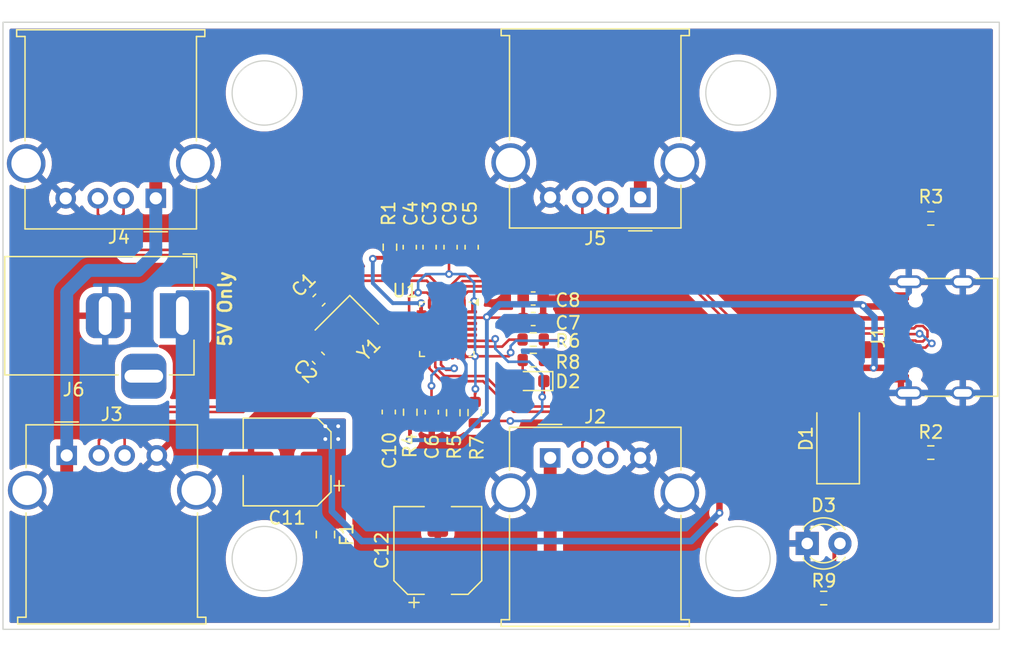
<source format=kicad_pcb>
(kicad_pcb (version 20241229) (generator "pcbnew") (generator_version "9.0")
  (layers (0 "F.Cu" signal) (2 "B.Cu" signal) (13 "F.Paste" user) (15 "B.Paste" user) (5 "F.SilkS" user "F.Silkscreen") (7 "B.SilkS" user "B.Silkscreen") (1 "F.Mask" user) (3 "B.Mask" user) (25 "Edge.Cuts" user))
  (net 0 "")
  (net 1 "Net-(U1-X1)")
  (net 2 "GND")
  (net 3 "Net-(U1-X2)")
  (net 4 "+3.3V")
  (net 5 "Net-(U1-RESET{slash})")
  (net 6 "VBUS")
  (net 7 "Net-(C10-Pad1)")
  (net 8 "+5VP")
  (net 9 "VBUS1")
  (net 10 "Net-(U1-DM0)")
  (net 11 "Net-(J1-CC1)")
  (net 13 "Net-(U1-DP0)")
  (net 14 "Net-(J1-CC2)")
  (net 16 "D4-")
  (net 17 "D4+")
  (net 18 "D3-")
  (net 19 "D3+")
  (net 20 "D2+")
  (net 21 "D2-")
  (net 22 "D1+")
  (net 23 "D1-")
  (net 24 "Net-(U1-RREF)")
  (net 25 "Net-(U1-PSELF)")
  (net 27 "OVC1")
  (net 28 "OVC2")
  (net 29 "OVC4")
  (net 30 "OVC3")
  (net 32 "Net-(D2-A)")
  (net 33 "Net-(D2-K)")
  (net 34 "Net-(D3-A)")
  (footprint "Resistor_SMD:R_0603_1608Metric" (layer "F.Cu") (at 88.98 146.76)
    (property "Reference" "R6" (at 2.7 0.11 0) (layer "F.SilkS"))
    (property "Value" "R0603/10K")
    (pad "1" smd roundrect (at -0.825 0) (size 0.8 0.95) (layers "F.Cu" "F.Mask" "F.Paste") (net 25 "Net-(U1-PSELF)"))
    (pad "2" smd roundrect (at 0.825 0) (size 0.8 0.95) (layers "F.Cu" "F.Mask" "F.Paste") (net 4 "+3.3V"))
  )
  (footprint "Capacitor_SMD:C_0603_1608Metric" (layer "F.Cu") (at 72.34 143.69 -135)
    (property "Reference" "C1" (at 0.007071 1.675843 45) (layer "F.SilkS"))
    (property "Value" "C0603/15pF")
    (pad "1" smd roundrect (at -0.775 0 225) (size 0.9 0.95) (layers "F.Cu" "F.Mask" "F.Paste") (net 1 "Net-(U1-X1)"))
    (pad "2" smd roundrect (at 0.775 0 225) (size 0.9 0.95) (layers "F.Cu" "F.Mask" "F.Paste") (net 2 "GND"))
  )
  (footprint "Capacitor_SMD:C_0603_1608Metric" (layer "F.Cu") (at 77.76 152.395 -90)
    (property "Reference" "C10" (at 2.995 -0.05 90) (layer "F.SilkS"))
    (property "Value" "C0603/100nF")
    (pad "1" smd roundrect (at -0.775 0 270) (size 0.9 0.95) (layers "F.Cu" "F.Mask" "F.Paste") (net 7 "Net-(C10-Pad1)"))
    (pad "2" smd roundrect (at 0.775 0 270) (size 0.9 0.95) (layers "F.Cu" "F.Mask" "F.Paste") (net 2 "GND"))
  )
  (footprint "Resistor_SMD:R_0603_1608Metric" (layer "F.Cu") (at 119.87 137.34 180)
    (property "Reference" "R3" (at -0.01 1.68 0) (layer "F.SilkS"))
    (property "Value" "R0603/4K7")
    (pad "1" smd roundrect (at -0.825 0 180) (size 0.8 0.95) (layers "F.Cu" "F.Mask" "F.Paste") (net 14 "Net-(J1-CC2)"))
    (pad "2" smd roundrect (at 0.825 0 180) (size 0.8 0.95) (layers "F.Cu" "F.Mask" "F.Paste") (net 2 "GND"))
  )
  (footprint "Capacitor_SMD:C_0603_1608Metric" (layer "F.Cu") (at 72.29 148.2 135)
    (property "Reference" "C2" (at 0 -1.43 135) (layer "F.SilkS"))
    (property "Value" "C0603/15pF")
    (pad "1" smd roundrect (at -0.775 0 135) (size 0.9 0.95) (layers "F.Cu" "F.Mask" "F.Paste") (net 3 "Net-(U1-X2)"))
    (pad "2" smd roundrect (at 0.775 0 135) (size 0.9 0.95) (layers "F.Cu" "F.Mask" "F.Paste") (net 2 "GND"))
  )
  (footprint "LED_SMD:LED_0603_1608Metric" (layer "F.Cu") (at 89.0175 149.99 180)
    (property "Reference" "D2" (at -2.6625 -0.03 0) (layer "F.SilkS"))
    (property "Value" "SUSPEND")
    (pad "1" smd roundrect (at -0.7875 0 180) (size 0.875 0.95) (layers "F.Cu" "F.Mask" "F.Paste") (net 33 "Net-(D2-K)"))
    (pad "2" smd roundrect (at 0.7875 0 180) (size 0.875 0.95) (layers "F.Cu" "F.Mask" "F.Paste") (net 32 "Net-(D2-A)"))
  )
  (footprint "Capacitor_SMD:C_0603_1608Metric" (layer "F.Cu") (at 80.93 139.58 90)
    (property "Reference" "C3" (at 2.62 0 90) (layer "F.SilkS"))
    (property "Value" "C0603/100nF")
    (pad "1" smd roundrect (at -0.775 0 90) (size 0.9 0.95) (layers "F.Cu" "F.Mask" "F.Paste") (net 4 "+3.3V"))
    (pad "2" smd roundrect (at 0.775 0 90) (size 0.9 0.95) (layers "F.Cu" "F.Mask" "F.Paste") (net 2 "GND"))
  )
  (footprint "Capacitor_SMD:C_0603_1608Metric" (layer "F.Cu") (at 82.56 139.58 90)
    (property "Reference" "C9" (at 2.62 -0.06 90) (layer "F.SilkS"))
    (property "Value" "C0603/100nF")
    (pad "1" smd roundrect (at -0.775 0 90) (size 0.9 0.95) (layers "F.Cu" "F.Mask" "F.Paste") (net 4 "+3.3V"))
    (pad "2" smd roundrect (at 0.775 0 90) (size 0.9 0.95) (layers "F.Cu" "F.Mask" "F.Paste") (net 2 "GND"))
  )
  (footprint "Package_DFN_QFN:QFN-28-1EP_4x4mm_P0.45mm_EP2.4x2.4mm" (layer "F.Cu") (at 82.27 145.96 -90)
    (property "Reference" "U1" (at -3 3.23 180) (layer "F.SilkS"))
    (property "Value" "GL852G")
    (pad "1" smd custom (at -1.95 -1.35 270) (size 0.179289 0.179289) (layers "F.Cu" "F.Mask" "F.Paste") (net 10 "Net-(U1-DM0)") (options (clearance outline) (anchor circle)) (primitives (gr_poly (pts (xy -0.3375 -0.0625) (xy 0.274112 -0.0625) (xy 0.3375 0.000888) (xy 0.3375 0.0625) (xy -0.3375 0.0625)) (width 0.125) (fill yes))))
    (pad "2" smd roundrect (at -1.95 -0.9 270) (size 0.8 0.25) (layers "F.Cu" "F.Mask" "F.Paste") (net 13 "Net-(U1-DP0)"))
    (pad "3" smd roundrect (at -1.95 -0.45 270) (size 0.8 0.25) (layers "F.Cu" "F.Mask" "F.Paste") (net 23 "D1-"))
    (pad "4" smd roundrect (at -1.95 0 270) (size 0.8 0.25) (layers "F.Cu" "F.Mask" "F.Paste") (net 22 "D1+"))
    (pad "5" smd roundrect (at -1.95 0.45 270) (size 0.8 0.25) (layers "F.Cu" "F.Mask" "F.Paste") (net 21 "D2-"))
    (pad "6" smd roundrect (at -1.95 0.9 270) (size 0.8 0.25) (layers "F.Cu" "F.Mask" "F.Paste") (net 20 "D2+"))
    (pad "7" smd custom (at -1.95 1.35 270) (size 0.179289 0.179289) (layers "F.Cu" "F.Mask" "F.Paste") (net 4 "+3.3V") (options (clearance outline) (anchor circle)) (primitives (gr_poly (pts (xy -0.3375 -0.0625) (xy 0.3375 -0.0625) (xy 0.3375 -0.000888) (xy 0.274112 0.0625) (xy -0.3375 0.0625)) (width 0.125) (fill yes))))
    (pad "8" smd custom (at -1.35 1.95 270) (size 0.179289 0.179289) (layers "F.Cu" "F.Mask" "F.Paste") (net 24 "Net-(U1-RREF)") (options (clearance outline) (anchor circle)) (primitives (gr_poly (pts (xy -0.0625 -0.274112) (xy 0.000888 -0.3375) (xy 0.0625 -0.3375) (xy 0.0625 0.3375) (xy -0.0625 0.3375)) (width 0.125) (fill yes))))
    (pad "9" smd roundrect (at -0.9 1.95 270) (size 0.25 0.8) (layers "F.Cu" "F.Mask" "F.Paste") (net 4 "+3.3V"))
    (pad "10" smd roundrect (at -0.45 1.95 270) (size 0.25 0.8) (layers "F.Cu" "F.Mask" "F.Paste") (net 1 "Net-(U1-X1)"))
    (pad "11" smd roundrect (at 0 1.95 270) (size 0.25 0.8) (layers "F.Cu" "F.Mask" "F.Paste") (net 3 "Net-(U1-X2)"))
    (pad "12" smd roundrect (at 0.45 1.95 270) (size 0.25 0.8) (layers "F.Cu" "F.Mask" "F.Paste") (net 18 "D3-"))
    (pad "13" smd roundrect (at 0.9 1.95 270) (size 0.25 0.8) (layers "F.Cu" "F.Mask" "F.Paste") (net 19 "D3+"))
    (pad "14" smd custom (at 1.35 1.95 270) (size 0.179289 0.179289) (layers "F.Cu" "F.Mask" "F.Paste") (net 7 "Net-(C10-Pad1)") (options (clearance outline) (anchor circle)) (primitives (gr_poly (pts (xy -0.0625 -0.3375) (xy -0.000888 -0.3375) (xy 0.0625 -0.274112) (xy 0.0625 0.3375) (xy -0.0625 0.3375)) (width 0.125) (fill yes))))
    (pad "15" smd custom (at 1.95 1.35 270) (size 0.179289 0.179289) (layers "F.Cu" "F.Mask" "F.Paste") (net 16 "D4-") (options (clearance outline) (anchor circle)) (primitives (gr_poly (pts (xy -0.3375 -0.0625) (xy 0.3375 -0.0625) (xy 0.3375 0.0625) (xy -0.274112 0.0625) (xy -0.3375 -0.000888)) (width 0.125) (fill yes))))
    (pad "16" smd roundrect (at 1.95 0.9 270) (size 0.8 0.25) (layers "F.Cu" "F.Mask" "F.Paste") (net 17 "D4+"))
    (pad "17" smd roundrect (at 1.95 0.45 270) (size 0.8 0.25) (layers "F.Cu" "F.Mask" "F.Paste") (net 5 "Net-(U1-RESET{slash})"))
    (pad "18" smd roundrect (at 1.95 0 270) (size 0.8 0.25) (layers "F.Cu" "F.Mask" "F.Paste"))
    (pad "19" smd roundrect (at 1.95 -0.45 270) (size 0.8 0.25) (layers "F.Cu" "F.Mask" "F.Paste") (net 29 "OVC4"))
    (pad "20" smd roundrect (at 1.95 -0.9 270) (size 0.8 0.25) (layers "F.Cu" "F.Mask" "F.Paste") (net 30 "OVC3"))
    (pad "21" smd custom (at 1.95 -1.35 270) (size 0.179289 0.179289) (layers "F.Cu" "F.Mask" "F.Paste") (net 4 "+3.3V") (options (clearance outline) (anchor circle)) (primitives (gr_poly (pts (xy -0.3375 0.000888) (xy -0.274112 -0.0625) (xy 0.3375 -0.0625) (xy 0.3375 0.0625) (xy -0.3375 0.0625)) (width 0.125) (fill yes))))
    (pad "22" smd custom (at 1.35 -1.95 270) (size 0.179289 0.179289) (layers "F.Cu" "F.Mask" "F.Paste") (net 25 "Net-(U1-PSELF)") (options (clearance outline) (anchor circle)) (primitives (gr_poly (pts (xy -0.0625 -0.3375) (xy 0.0625 -0.3375) (xy 0.0625 0.274112) (xy -0.000888 0.3375) (xy -0.0625 0.3375)) (width 0.125) (fill yes))))
    (pad "23" smd roundrect (at 0.9 -1.95 270) (size 0.25 0.8) (layers "F.Cu" "F.Mask" "F.Paste") (net 33 "Net-(D2-K)"))
    (pad "24" smd roundrect (at 0.45 -1.95 270) (size 0.25 0.8) (layers "F.Cu" "F.Mask" "F.Paste") (net 28 "OVC2"))
    (pad "25" smd roundrect (at 0 -1.95 270) (size 0.25 0.8) (layers "F.Cu" "F.Mask" "F.Paste") (net 27 "OVC1"))
    (pad "26" smd roundrect (at -0.45 -1.95 270) (size 0.25 0.8) (layers "F.Cu" "F.Mask" "F.Paste"))
    (pad "27" smd roundrect (at -0.9 -1.95 270) (size 0.25 0.8) (layers "F.Cu" "F.Mask" "F.Paste") (net 6 "VBUS"))
    (pad "28" smd custom (at -1.35 -1.95 270) (size 0.179289 0.179289) (layers "F.Cu" "F.Mask" "F.Paste") (net 4 "+3.3V") (options (clearance outline) (anchor circle)) (primitives (gr_poly (pts (xy -0.0625 -0.3375) (xy 0.0625 -0.3375) (xy 0.0625 0.3375) (xy 0.000888 0.3375) (xy -0.0625 0.274112)) (width 0.125) (fill yes))))
    (pad "29" smd rect (at 0 0 270) (size 2.4 2.4) (property pad_prop_heatsink) (layers "F.Cu" "F.Mask"))
  )
  (footprint "Resistor_SMD:R_0603_1608Metric" (layer "F.Cu") (at 119.87 155.55 180)
    (property "Reference" "R2" (at 0 1.59 0) (layer "F.SilkS"))
    (property "Value" "R0603/4K7")
    (pad "1" smd roundrect (at -0.825 0 180) (size 0.8 0.95) (layers "F.Cu" "F.Mask" "F.Paste") (net 11 "Net-(J1-CC1)"))
    (pad "2" smd roundrect (at 0.825 0 180) (size 0.8 0.95) (layers "F.Cu" "F.Mask" "F.Paste") (net 2 "GND"))
  )
  (footprint "Connector_USB:USB_C_Receptacle_G-Switch_GT-USB-7010ASV" (layer "F.Cu") (at 121.28 146.59 90)
    (property "Reference" "J1" (at 0 -5.5 90) (layer "F.SilkS"))
    (property "Value" "HOST USB")
    (pad "" np_thru_hole circle (at -2.89 -2.605 90) (size 0.65 0.65) (drill 0.65) (layers "*.Cu" "*.Mask"))
    (pad "" np_thru_hole circle (at 2.89 -2.605 90) (size 0.65 0.65) (drill 0.65) (layers "*.Cu" "*.Mask"))
    (pad "A1" smd rect (at -3.2 -3.725 90) (size 0.6 1.24) (layers "F.Cu" "F.Mask" "F.Paste") (net 2 "GND"))
    (pad "A4" smd rect (at -2.4 -3.725 90) (size 0.6 1.24) (layers "F.Cu" "F.Mask" "F.Paste") (net 6 "VBUS"))
    (pad "A5" smd rect (at -1.25 -3.725 90) (size 0.3 1.24) (layers "F.Cu" "F.Mask" "F.Paste") (net 11 "Net-(J1-CC1)"))
    (pad "A6" smd rect (at -0.25 -3.725 90) (size 0.3 1.24) (layers "F.Cu" "F.Mask" "F.Paste") (net 13 "Net-(U1-DP0)"))
    (pad "A7" smd rect (at 0.25 -3.725 90) (size 0.3 1.24) (layers "F.Cu" "F.Mask" "F.Paste") (net 10 "Net-(U1-DM0)"))
    (pad "A8" smd rect (at 1.25 -3.725 90) (size 0.3 1.24) (layers "F.Cu" "F.Mask" "F.Paste"))
    (pad "A9" smd rect (at 2.4 -3.725 90) (size 0.6 1.24) (layers "F.Cu" "F.Mask" "F.Paste") (net 6 "VBUS"))
    (pad "A12" smd rect (at 3.2 -3.725 90) (size 0.6 1.24) (layers "F.Cu" "F.Mask" "F.Paste") (net 2 "GND"))
    (pad "B1" smd rect (at 3.2 -3.725 90) (size 0.6 1.24) (layers "F.Cu" "F.Mask" "F.Paste") (net 2 "GND"))
    (pad "B4" smd rect (at 2.4 -3.725 90) (size 0.6 1.24) (layers "F.Cu" "F.Mask" "F.Paste") (net 6 "VBUS"))
    (pad "B5" smd rect (at 1.75 -3.725 90) (size 0.3 1.24) (layers "F.Cu" "F.Mask" "F.Paste") (net 14 "Net-(J1-CC2)"))
    (pad "B6" smd rect (at 0.75 -3.725 90) (size 0.3 1.24) (layers "F.Cu" "F.Mask" "F.Paste") (net 13 "Net-(U1-DP0)"))
    (pad "B7" smd rect (at -0.75 -3.725 90) (size 0.3 1.24) (layers "F.Cu" "F.Mask" "F.Paste") (net 10 "Net-(U1-DM0)"))
    (pad "B8" smd rect (at -1.75 -3.725 90) (size 0.3 1.24) (layers "F.Cu" "F.Mask" "F.Paste"))
    (pad "B9" smd rect (at -2.4 -3.725 90) (size 0.6 1.24) (layers "F.Cu" "F.Mask" "F.Paste") (net 6 "VBUS"))
    (pad "B12" smd rect (at -3.2 -3.725 90) (size 0.6 1.24) (layers "F.Cu" "F.Mask" "F.Paste") (net 2 "GND"))
    (pad "S1" thru_hole oval (at -4.32 -3.125 90) (size 1 2.1) (drill oval 0.6 1.7) (property pad_prop_heatsink) (layers "*.Cu" "*.Mask") (net 2 "GND"))
    (pad "S1" thru_hole oval (at -4.32 1.075 90) (size 1 1.8) (drill oval 0.6 1.4) (property pad_prop_heatsink) (layers "*.Cu" "*.Mask") (net 2 "GND"))
    (pad "S1" thru_hole oval (at 4.32 -3.125 90) (size 1 2.1) (drill oval 0.6 1.7) (property pad_prop_heatsink) (layers "*.Cu" "*.Mask") (net 2 "GND"))
    (pad "S1" thru_hole oval (at 4.32 1.075 90) (size 1 1.8) (drill oval 0.6 1.4) (property pad_prop_heatsink) (layers "*.Cu" "*.Mask") (net 2 "GND"))
  )
  (footprint "Resistor_SMD:R_0603_1608Metric" (layer "F.Cu") (at 111.55 166.86)
    (property "Reference" "R9" (at 0.02 -1.34 0) (layer "F.SilkS"))
    (property "Value" "R0603/2K")
    (pad "1" smd roundrect (at -0.825 0) (size 0.8 0.95) (layers "F.Cu" "F.Mask" "F.Paste") (net 9 "VBUS1"))
    (pad "2" smd roundrect (at 0.825 0) (size 0.8 0.95) (layers "F.Cu" "F.Mask" "F.Paste") (net 34 "Net-(D3-A)"))
  )
  (footprint "Capacitor_SMD:C_0603_1608Metric" (layer "F.Cu") (at 88.98 145.165)
    (property "Reference" "C7" (at 2.7 0.305 0) (layer "F.SilkS"))
    (property "Value" "C0603/100nF")
    (pad "1" smd roundrect (at -0.775 0) (size 0.9 0.95) (layers "F.Cu" "F.Mask" "F.Paste") (net 6 "VBUS"))
    (pad "2" smd roundrect (at 0.775 0) (size 0.9 0.95) (layers "F.Cu" "F.Mask" "F.Paste") (net 2 "GND"))
  )
  (footprint "Connector_USB:USB_A_Molex_67643_Horizontal" (layer "F.Cu") (at 52.74 155.77)
    (property "Reference" "J3" (at 3.5 -3.19 0) (layer "F.SilkS"))
    (property "Value" "USB_A_3")
    (pad "1" thru_hole rect (at 0 0) (size 1.6 1.5) (drill 0.95) (layers "*.Cu" "*.Mask") (net 9 "VBUS1"))
    (pad "2" thru_hole circle (at 2.5 0) (size 1.6 1.6) (drill 0.95) (layers "*.Cu" "*.Mask") (net 18 "D3-"))
    (pad "3" thru_hole circle (at 4.5 0) (size 1.6 1.6) (drill 0.95) (layers "*.Cu" "*.Mask") (net 19 "D3+"))
    (pad "4" thru_hole circle (at 7 0) (size 1.6 1.6) (drill 0.95) (layers "*.Cu" "*.Mask") (net 2 "GND"))
    (pad "5" thru_hole circle (at -3.07 2.71) (size 3 3) (drill 2.3) (layers "*.Cu" "*.Mask") (net 2 "GND"))
    (pad "5" thru_hole circle (at 10.07 2.71) (size 3 3) (drill 2.3) (layers "*.Cu" "*.Mask") (net 2 "GND"))
  )
  (footprint "Connector_BarrelJack:BarrelJack_Horizontal" (layer "F.Cu") (at 61.73 144.91)
    (property "Reference" "J6" (at -8.45 5.75 0) (layer "F.SilkS"))
    (property "Value" "Jack-DC")
    (pad "1" thru_hole rect (at 0 0) (size 3.5 3.5) (drill oval 1 3) (layers "*.Cu" "*.Mask") (net 8 "+5VP"))
    (pad "2" thru_hole roundrect (at -6 0) (size 3 3.5) (drill oval 1 3) (layers "*.Cu" "*.Mask") (net 2 "GND"))
    (pad "3" thru_hole roundrect (at -3 4.7) (size 3.5 3.5) (drill oval 3 1) (layers "*.Cu" "*.Mask"))
  )
  (footprint "Resistor_SMD:R_0603_1608Metric" (layer "F.Cu") (at 88.9875 148.355)
    (property "Reference" "R8" (at 2.6925 0.165 0) (layer "F.SilkS"))
    (property "Value" "R0603/1K")
    (pad "1" smd roundrect (at -0.825 0) (size 0.8 0.95) (layers "F.Cu" "F.Mask" "F.Paste") (net 32 "Net-(D2-A)"))
    (pad "2" smd roundrect (at 0.825 0) (size 0.8 0.95) (layers "F.Cu" "F.Mask" "F.Paste") (net 4 "+3.3V"))
  )
  (footprint "Connector_USB:USB_A_Molex_67643_Horizontal" (layer "F.Cu") (at 97.3 135.71 180)
    (property "Reference" "J5" (at 3.5 -3.19 0) (layer "F.SilkS"))
    (property "Value" "USB_A_1")
    (pad "1" thru_hole rect (at 0 0 180) (size 1.6 1.5) (drill 0.95) (layers "*.Cu" "*.Mask") (net 9 "VBUS1"))
    (pad "2" thru_hole circle (at 2.5 0 180) (size 1.6 1.6) (drill 0.95) (layers "*.Cu" "*.Mask") (net 23 "D1-"))
    (pad "3" thru_hole circle (at 4.5 0 180) (size 1.6 1.6) (drill 0.95) (layers "*.Cu" "*.Mask") (net 22 "D1+"))
    (pad "4" thru_hole circle (at 7 0 180) (size 1.6 1.6) (drill 0.95) (layers "*.Cu" "*.Mask") (net 2 "GND"))
    (pad "5" thru_hole circle (at -3.07 2.71 180) (size 3 3) (drill 2.3) (layers "*.Cu" "*.Mask") (net 2 "GND"))
    (pad "5" thru_hole circle (at 10.07 2.71 180) (size 3 3) (drill 2.3) (layers "*.Cu" "*.Mask") (net 2 "GND"))
  )
  (footprint "Resistor_SMD:R_0603_1608Metric" (layer "F.Cu") (at 79.43 152.41 90)
    (property "Reference" "R4" (at -2.6 -0.03 90) (layer "F.SilkS"))
    (property "Value" "R0603/10K")
    (pad "1" smd roundrect (at -0.825 0 90) (size 0.8 0.95) (layers "F.Cu" "F.Mask" "F.Paste") (net 6 "VBUS"))
    (pad "2" smd roundrect (at 0.825 0 90) (size 0.8 0.95) (layers "F.Cu" "F.Mask" "F.Paste") (net 5 "Net-(U1-RESET{slash})"))
  )
  (footprint "Connector_USB:USB_A_Molex_67643_Horizontal" (layer "F.Cu") (at 90.3 155.96)
    (property "Reference" "J2" (at 3.5 -3.19 0) (layer "F.SilkS"))
    (property "Value" "USB_A_4")
    (pad "1" thru_hole rect (at 0 0) (size 1.6 1.5) (drill 0.95) (layers "*.Cu" "*.Mask") (net 9 "VBUS1"))
    (pad "2" thru_hole circle (at 2.5 0) (size 1.6 1.6) (drill 0.95) (layers "*.Cu" "*.Mask") (net 16 "D4-"))
    (pad "3" thru_hole circle (at 4.5 0) (size 1.6 1.6) (drill 0.95) (layers "*.Cu" "*.Mask") (net 17 "D4+"))
    (pad "4" thru_hole circle (at 7 0) (size 1.6 1.6) (drill 0.95) (layers "*.Cu" "*.Mask") (net 2 "GND"))
    (pad "5" thru_hole circle (at -3.07 2.71) (size 3 3) (drill 2.3) (layers "*.Cu" "*.Mask") (net 2 "GND"))
    (pad "5" thru_hole circle (at 10.07 2.71) (size 3 3) (drill 2.3) (layers "*.Cu" "*.Mask") (net 2 "GND"))
  )
  (footprint "Capacitor_SMD:C_0603_1608Metric" (layer "F.Cu") (at 84.2 139.58 90)
    (property "Reference" "C5" (at 2.62 -0.13 90) (layer "F.SilkS"))
    (property "Value" "C0603/10uF")
    (pad "1" smd roundrect (at -0.775 0 90) (size 0.9 0.95) (layers "F.Cu" "F.Mask" "F.Paste") (net 4 "+3.3V"))
    (pad "2" smd roundrect (at 0.775 0 90) (size 0.9 0.95) (layers "F.Cu" "F.Mask" "F.Paste") (net 2 "GND"))
  )
  (footprint "Resistor_SMD:R_0603_1608Metric" (layer "F.Cu") (at 82.77 152.45 -90)
    (property "Reference" "R5" (at 2.67 -0.08 90) (layer "F.SilkS"))
    (property "Value" "R0603/47K")
    (pad "1" smd roundrect (at -0.825 0 270) (size 0.8 0.95) (layers "F.Cu" "F.Mask" "F.Paste") (net 5 "Net-(U1-RESET{slash})"))
    (pad "2" smd roundrect (at 0.825 0 270) (size 0.8 0.95) (layers "F.Cu" "F.Mask" "F.Paste") (net 2 "GND"))
  )
  (footprint "Capacitor_SMD:CP_Elec_6.3x5.4" (layer "F.Cu") (at 81.57 163.16 90)
    (property "Reference" "C12" (at 0 -4.35 90) (layer "F.SilkS"))
    (property "Value" "Cp/220uF")
    (pad "1" smd roundrect (at -2.8 0 90) (size 3.5 1.6) (layers "F.Cu" "F.Mask" "F.Paste") (roundrect_rratio 0.15625) (net 9 "VBUS1"))
    (pad "2" smd roundrect (at 2.8 0 90) (size 3.5 1.6) (layers "F.Cu" "F.Mask" "F.Paste") (roundrect_rratio 0.15625) (net 2 "GND"))
  )
  (footprint "LED_THT:LED_D3.0mm" (layer "F.Cu") (at 110.27 162.615)
    (property "Reference" "D3" (at 1.27 -2.96 0) (layer "F.SilkS"))
    (property "Value" "POWER")
    (pad "1" thru_hole rect (at 0 0) (size 1.8 1.8) (drill 0.9) (layers "*.Cu" "*.Mask") (net 2 "GND"))
    (pad "2" thru_hole circle (at 2.54 0) (size 1.8 1.8) (drill 0.9) (layers "*.Cu" "*.Mask") (net 34 "Net-(D3-A)"))
  )
  (footprint "Capacitor_SMD:C_0603_1608Metric" (layer "F.Cu") (at 88.98 143.57)
    (property "Reference" "C8" (at 2.7 0.13 0) (layer "F.SilkS"))
    (property "Value" "C0603/10uF")
    (pad "1" smd roundrect (at -0.775 0) (size 0.9 0.95) (layers "F.Cu" "F.Mask" "F.Paste") (net 6 "VBUS"))
    (pad "2" smd roundrect (at 0.775 0) (size 0.9 0.95) (layers "F.Cu" "F.Mask" "F.Paste") (net 2 "GND"))
  )
  (footprint "Resistor_SMD:R_0603_1608Metric" (layer "F.Cu") (at 77.85 139.58 90)
    (property "Reference" "R1" (at 2.62 -0.1 90) (layer "F.SilkS"))
    (property "Value" "680")
    (pad "1" smd roundrect (at -0.825 0 90) (size 0.8 0.95) (layers "F.Cu" "F.Mask" "F.Paste") (net 24 "Net-(U1-RREF)"))
    (pad "2" smd roundrect (at 0.825 0 90) (size 0.8 0.95) (layers "F.Cu" "F.Mask" "F.Paste") (net 2 "GND"))
  )
  (footprint "Connector_USB:USB_A_Molex_67643_Horizontal" (layer "F.Cu") (at 59.66 135.78 180)
    (property "Reference" "J4" (at 2.87 -3.02 0) (layer "F.SilkS"))
    (property "Value" "USB_A_2")
    (pad "1" thru_hole rect (at 0 0 180) (size 1.6 1.5) (drill 0.95) (layers "*.Cu" "*.Mask") (net 9 "VBUS1"))
    (pad "2" thru_hole circle (at 2.5 0 180) (size 1.6 1.6) (drill 0.95) (layers "*.Cu" "*.Mask") (net 21 "D2-"))
    (pad "3" thru_hole circle (at 4.5 0 180) (size 1.6 1.6) (drill 0.95) (layers "*.Cu" "*.Mask") (net 20 "D2+"))
    (pad "4" thru_hole circle (at 7 0 180) (size 1.6 1.6) (drill 0.95) (layers "*.Cu" "*.Mask") (net 2 "GND"))
    (pad "5" thru_hole circle (at -3.07 2.71 180) (size 3 3) (drill 2.3) (layers "*.Cu" "*.Mask") (net 2 "GND"))
    (pad "5" thru_hole circle (at 10.07 2.71 180) (size 3 3) (drill 2.3) (layers "*.Cu" "*.Mask") (net 2 "GND"))
  )
  (footprint "Capacitor_SMD:C_0603_1608Metric" (layer "F.Cu") (at 79.39 139.58 90)
    (property "Reference" "C4" (at 2.62 0.09 90) (layer "F.SilkS"))
    (property "Value" "C0603/100nF")
    (pad "1" smd roundrect (at -0.775 0 90) (size 0.9 0.95) (layers "F.Cu" "F.Mask" "F.Paste") (net 4 "+3.3V"))
    (pad "2" smd roundrect (at 0.775 0 90) (size 0.9 0.95) (layers "F.Cu" "F.Mask" "F.Paste") (net 2 "GND"))
  )
  (footprint "Capacitor_SMD:CP_Elec_6.3x5.4" (layer "F.Cu") (at 69.86 156.28 180)
    (property "Reference" "C11" (at 0 -4.35 0) (layer "F.SilkS"))
    (property "Value" "Cp/220uF")
    (pad "1" smd roundrect (at -2.8 0 180) (size 3.5 1.6) (layers "F.Cu" "F.Mask" "F.Paste") (roundrect_rratio 0.15625) (net 8 "+5VP"))
    (pad "2" smd roundrect (at 2.8 0 180) (size 3.5 1.6) (layers "F.Cu" "F.Mask" "F.Paste") (roundrect_rratio 0.15625) (net 2 "GND"))
  )
  (footprint "Fuse:Fuse_0805_2012Metric" (layer "F.Cu") (at 72.84 161.92 -90)
    (property "Reference" "F1" (at 0 -1.65 90) (layer "F.SilkS"))
    (property "Value" "Fuse/2A")
    (pad "1" smd roundrect (at -0.9375 0 270) (size 0.975 1.4) (layers "F.Cu" "F.Mask" "F.Paste") (net 8 "+5VP"))
    (pad "2" smd roundrect (at 0.9375 0 270) (size 0.975 1.4) (layers "F.Cu" "F.Mask" "F.Paste") (net 9 "VBUS1"))
  )
  (footprint "Resistor_SMD:R_0603_1608Metric" (layer "F.Cu") (at 84.44 152.44 90)
    (property "Reference" "R7" (at -2.75 0.17 90) (layer "F.SilkS"))
    (property "Value" "R0603/100K")
    (pad "1" smd roundrect (at -0.825 0 90) (size 0.8 0.95) (layers "F.Cu" "F.Mask" "F.Paste") (net 33 "Net-(D2-K)"))
    (pad "2" smd roundrect (at 0.825 0 90) (size 0.8 0.95) (layers "F.Cu" "F.Mask" "F.Paste") (net 4 "+3.3V"))
  )
  (footprint "Capacitor_SMD:C_0603_1608Metric" (layer "F.Cu") (at 81.1 152.405 -90)
    (property "Reference" "C6" (at 2.705 -0.02 90) (layer "F.SilkS"))
    (property "Value" "C0603/1uF")
    (pad "1" smd roundrect (at -0.775 0 270) (size 0.9 0.95) (layers "F.Cu" "F.Mask" "F.Paste") (net 5 "Net-(U1-RESET{slash})"))
    (pad "2" smd roundrect (at 0.775 0 270) (size 0.9 0.95) (layers "F.Cu" "F.Mask" "F.Paste") (net 2 "GND"))
  )
  (footprint "Oscillator:Oscillator_SMD_Abracon_ASE-4Pin_3.2x2.5mm" (layer "F.Cu") (at 74.5 145.79 -135)
    (property "Reference" "Y1" (at 0 -2.450001 45) (layer "F.SilkS"))
    (property "Value" "12Mhz")
    (pad "1" smd rect (at -1.05 0.825 225) (size 1.3 1.1) (layers "F.Cu" "F.Mask" "F.Paste") (net 1 "Net-(U1-X1)"))
    (pad "2" smd rect (at 1.05 0.825 225) (size 1.3 1.1) (layers "F.Cu" "F.Mask" "F.Paste") (net 2 "GND"))
    (pad "3" smd rect (at 1.05 -0.825 225) (size 1.3 1.1) (layers "F.Cu" "F.Mask" "F.Paste") (net 3 "Net-(U1-X2)"))
    (pad "4" smd rect (at -1.05 -0.825 225) (size 1.3 1.1) (layers "F.Cu" "F.Mask" "F.Paste") (net 2 "GND"))
  )
  (footprint "Diode_SMD:D_SMA" (layer "F.Cu") (at 112.67 154.46 90)
    (property "Reference" "D1" (at 0 -2.5 90) (layer "F.SilkS"))
    (property "Value" "SS34")
    (pad "1" smd roundrect (at -2 0 90) (size 2.5 1.8) (layers "F.Cu" "F.Mask" "F.Paste") (roundrect_rratio 0.1388888889) (net 8 "+5VP"))
    (pad "2" smd roundrect (at 2 0 90) (size 2.5 1.8) (layers "F.Cu" "F.Mask" "F.Paste") (roundrect_rratio 0.1388888889) (net 6 "VBUS"))
  )
  (gr_circle (center 104.89 127.59) (end 107.39 127.59) (stroke (width 0.1)) (fill no) (layer "Edge.Cuts"))
  (gr_circle (center 68.09 127.59) (end 70.59 127.59) (stroke (width 0.1)) (fill no) (layer "Edge.Cuts"))
  (gr_rect (start 47.79 122.09) (end 125.19 169.29) (stroke (width 0.1)) (fill no) (layer "Edge.Cuts"))
  (gr_circle (center 104.89 163.79) (end 107.39 163.79) (stroke (width 0.1)) (fill no) (layer "Edge.Cuts"))
  (gr_circle (center 68.09 163.79) (end 70.59 163.79) (stroke (width 0.1)) (fill no) (layer "Edge.Cuts"))
  (gr_text "5V Only" (at 65.63 147.41 90) (layer "F.SilkS") (effects (font (size 1 1) (thickness 0.2) (bold yes)) (justify left bottom)))
  (segment (start 75.553274 143.57) (end 74.659099 144.464175) (width 0.2) (layer "F.Cu") (net 1))
  (segment (start 80.32 145.51) (end 78.19 145.51) (width 0.2) (layer "F.Cu") (net 1))
  (segment (start 76.25 143.57) (end 75.553274 143.57) (width 0.2) (layer "F.Cu") (net 1))
  (segment (start 78.19 145.51) (end 76.25 143.57) (width 0.2) (layer "F.Cu") (net 1))
  (segment (start 72.888008 143.141992) (end 74.210191 144.464175) (width 0.2) (layer "F.Cu") (net 1))
  (segment (start 73.174175 145.949099) (end 73.492373 145.630901) (width 0.2) (layer "F.Cu") (net 2))
  (segment (start 71.791992 144.238008) (end 73.174175 145.620191) (width 0.2) (layer "F.Cu") (net 2))
  (segment (start 73.174175 145.949099) (end 71.741992 147.381282) (width 0.2) (layer "F.Cu") (net 2))
  (segment (start 73.492373 145.630901) (end 75.825825 145.630901) (width 0.2) (layer "F.Cu") (net 2))
  (segment (start 75.195076 147.97) (end 74.340901 147.115825) (width 0.2) (layer "F.Cu") (net 3))
  (segment (start 80.32 145.96) (end 77.98 145.96) (width 0.2) (layer "F.Cu") (net 3))
  (segment (start 75.97 147.97) (end 75.195076 147.97) (width 0.2) (layer "F.Cu") (net 3))
  (segment (start 77.98 145.96) (end 75.97 147.97) (width 0.2) (layer "F.Cu") (net 3))
  (segment (start 74.340901 147.115825) (end 72.838008 148.618718) (width 0.2) (layer "F.Cu") (net 3))
  (segment (start 91.13 146.82) (end 89.855 146.82) (width 0.2) (layer "F.Cu") (net 4))
  (segment (start 89.8125 146.7775) (end 89.805 146.77) (width 0.2) (layer "F.Cu") (net 4))
  (segment (start 80.72 143.11) (end 79.7 143.11) (width 0.2) (layer "F.Cu") (net 4))
  (segment (start 79.34 143.47) (end 79.34 144.81) (width 0.2) (layer "F.Cu") (net 4))
  (segment (start 84.49 150.951) (end 84.455 150.986) (width 0.2) (layer "F.Cu") (net 4))
  (segment (start 79.7 143.11) (end 79.34 143.47) (width 0.2) (layer "F.Cu") (net 4))
  (segment (start 84.47 148.06) (end 84.46 148.07) (width 0.2) (layer "F.Cu") (net 4))
  (segment (start 79.34 144.81) (end 79.59 145.06) (width 0.2) (layer "F.Cu") (net 4))
  (segment (start 79.59 145.06) (end 80.32 145.06) (width 0.2) (layer "F.Cu") (net 4))
  (segment (start 80.944 143.986) (end 80.944 143.334) (width 0.2) (layer "F.Cu") (net 4))
  (segment (start 84.39 143.77) (end 84.255 143.905) (width 0.2) (layer "F.Cu") (net 4))
  (segment (start 87.23 147.77) (end 87.262974 147.802974) (width 0.2) (layer "F.Cu") (net 4))
  (segment (start 87.262974 147.802974) (end 87.262974 147.887761) (width 0.2) (layer "F.Cu") (net 4))
  (segment (start 84.255 144.575) (end 84.22 144.61) (width 0.2) (layer "F.Cu") (net 4))
  (segment (start 89.855 146.82) (end 89.805 146.77) (width 0.2) (layer "F.Cu") (net 4))
  (segment (start 84.43 148.1) (end 83.81 148.1) (width 0.2) (layer "F.Cu") (net 4))
  (segment (start 84.49 150.601) (end 84.49 150.951) (width 0.2) (layer "F.Cu") (net 4))
  (segment (start 87.262974 147.887761) (end 87.090735 148.06) (width 0.2) (layer "F.Cu") (net 4))
  (segment (start 83.81 148.1) (end 83.62 147.91) (width 0.2) (layer "F.Cu") (net 4))
  (segment (start 79.39 140.355) (end 84.2 140.355) (width 0.2) (layer "F.Cu") (net 4))
  (segment (start 91.16 146.85) (end 91.13 146.82) (width 0.2) (layer "F.Cu") (net 4))
  (segment (start 84.455 150.986) (end 84.455 151.6) (width 0.2) (layer "F.Cu") (net 4))
  (segment (start 82.44 140.475) (end 82.56 140.355) (width 0.2) (layer "F.Cu") (net 4))
  (segment (start 84.455 151.6) (end 84.44 151.615) (width 0.2) (layer "F.Cu") (net 4))
  (segment (start 84.46 148.07) (end 84.43 148.1) (width 0.2) (layer "F.Cu") (net 4))
  (segment (start 80.944 143.334) (end 80.72 143.11) (width 0.2) (layer "F.Cu") (net 4))
  (segment (start 87.090735 148.06) (end 84.47 148.06) (width 0.2) (layer "F.Cu") (net 4))
  (segment (start 84.255 143.905) (end 84.255 144.575) (width 0.2) (layer "F.Cu") (net 4))
  (segment (start 82.44 141.67) (end 82.44 140.475) (width 0.2) (layer "F.Cu") (net 4))
  (segment (start 80.92 144.01) (end 80.944 143.986) (width 0.2) (layer "F.Cu") (net 4))
  (segment (start 89.8125 148.39) (end 89.8125 146.7775) (width 0.2) (layer "F.Cu") (net 4))
  (via (at 91.16 146.85) (size 0.6) (drill 0.3) (layers "F.Cu" "B.Cu") (net 4))
  (via (at 84.46 148.07) (size 0.6) (drill 0.3) (layers "F.Cu" "B.Cu") (net 4))
  (via (at 84.49 150.601) (size 0.6) (drill 0.3) (layers "F.Cu" "B.Cu") (net 4))
  (via (at 82.44 141.67) (size 0.6) (drill 0.3) (layers "F.Cu" "B.Cu") (net 4))
  (via (at 84.39 143.77) (size 0.6) (drill 0.3) (layers "F.Cu" "B.Cu") (net 4))
  (via (at 87.23 147.77) (size 0.6) (drill 0.3) (layers "F.Cu" "B.Cu") (net 4))
  (via (at 80.04 143.11) (size 0.6) (drill 0.3) (layers "F.Cu" "B.Cu") (net 4))
  (segment (start 82.44 141.67) (end 80.65 141.67) (width 0.2) (layer "B.Cu") (net 4))
  (segment (start 82.44 141.67) (end 83.71 141.67) (width 0.2) (layer "B.Cu") (net 4))
  (segment (start 84.46 148.07) (end 84.47 148.06) (width 0.2) (layer "B.Cu") (net 4))
  (segment (start 84.46 148.07) (end 84.46 148.25) (width 0.2) (layer "B.Cu") (net 4))
  (segment (start 84.46 143.84) (end 84.39 143.77) (width 0.2) (layer "B.Cu") (net 4))
  (segment (start 83.71 141.67) (end 84.39 142.35) (width 0.2) (layer "B.Cu") (net 4))
  (segment (start 87.64 146.85) (end 87.23 147.26) (width 0.2) (layer "B.Cu") (net 4))
  (segment (start 91.16 146.85) (end 87.64 146.85) (width 0.2) (layer "B.Cu") (net 4))
  (segment (start 80.65 141.67) (end 80.04 142.28) (width 0.2) (layer "B.Cu") (net 4))
  (segment (start 87.23 147.26) (end 87.23 147.77) (width 0.2) (layer "B.Cu") (net 4))
  (segment (start 84.49 148.28) (end 84.49 150.601) (width 0.2) (layer "B.Cu") (net 4))
  (segment (start 84.46 148.25) (end 84.49 148.28) (width 0.2) (layer "B.Cu") (net 4))
  (segment (start 80.04 142.28) (end 80.04 143.11) (width 0.2) (layer "B.Cu") (net 4))
  (segment (start 84.46 148.07) (end 84.46 143.84) (width 0.2) (layer "B.Cu") (net 4))
  (segment (start 84.39 142.35) (end 84.39 143.77) (width 0.2) (layer "B.Cu") (net 4))
  (segment (start 82.84 149) (end 82.84 149.06147) (width 0.2) (layer "F.Cu") (net 5))
  (segment (start 82.84 149.06147) (end 82.785735 149.115735) (width 0.2) (layer "F.Cu") (net 5))
  (segment (start 82.785735 149.115735) (end 82.215735 149.115735) (width 0.2) (layer "F.Cu") (net 5))
  (segment (start 79.41 151.585) (end 82.72 151.585) (width 0.2) (layer "F.Cu") (net 5))
  (segment (start 82.72 151.585) (end 82.76 151.625) (width 0.2) (layer "F.Cu") (net 5))
  (segment (start 81.08 150.36) (end 81.08 151.63) (width 0.2) (layer "F.Cu") (net 5))
  (segment (start 82.215735 149.115735) (end 81.82 148.72) (width 0.2) (layer "F.Cu") (net 5))
  (segment (start 81.82 148.72) (end 81.82 147.91) (width 0.2) (layer "F.Cu") (net 5))
  (via (at 81.08 150.36) (size 0.6) (drill 0.3) (layers "F.Cu" "B.Cu") (net 5))
  (via (at 82.84 149) (size 0.6) (drill 0.3) (layers "F.Cu" "B.Cu") (net 5))
  (segment (start 81.61 149.02) (end 81.08 149.55) (width 0.2) (layer "B.Cu") (net 5))
  (segment (start 82.84 149) (end 82.82 149.02) (width 0.2) (layer "B.Cu") (net 5))
  (segment (start 81.08 149.55) (end 81.08 150.36) (width 0.2) (layer "B.Cu") (net 5))
  (segment (start 82.82 149.02) (end 81.61 149.02) (width 0.2) (layer "B.Cu") (net 5))
  (segment (start 85.38 145.01) (end 85.38 145.06) (width 0.2) (layer "F.Cu") (net 6))
  (segment (start 85.38 145.06) (end 88.095 145.06) (width 0.2) (layer "F.Cu") (net 6))
  (segment (start 79.41 154.53) (end 79.36 154.58) (width 0.3) (layer "F.Cu") (net 6))
  (segment (start 88.095 145.06) (end 88.205 145.17) (width 0.2) (layer "F.Cu") (net 6))
  (segment (start 115.42 148.96) (end 113.46 148.96) (width 0.5) (layer "F.Cu") (net 6))
  (segment (start 79.41 153.235) (end 79.41 154.53) (width 0.3) (layer "F.Cu") (net 6))
  (segment (start 117.525 148.96) (end 117.555 148.99) (width 0.5) (layer "F.Cu") (net 6))
  (segment (start 113.46 148.96) (end 112.67 149.75) (width 0.5) (layer "F.Cu") (net 6))
  (segment (start 115.42 148.96) (end 117.525 148.96) (width 0.5) (layer "F.Cu") (net 6))
  (segment (start 88.205 145.17) (end 88.205 143.57) (width 0.3) (layer "F.Cu") (net 6))
  (segment (start 114.62 144.13) (end 114.68 144.19) (width 0.5) (layer "F.Cu") (net 6))
  (segment (start 84.22 145.06) (end 85.38 145.06) (width 0.2) (layer "F.Cu") (net 6))
  (segment (start 112.67 149.75) (end 112.67 152.46) (width 0.5) (layer "F.Cu") (net 6))
  (segment (start 114.68 144.19) (end 117.555 144.19) (width 0.5) (layer "F.Cu") (net 6))
  (via (at 79.36 154.58) (size 0.6) (drill 0.3) (layers "F.Cu" "B.Cu") (net 6))
  (via (at 85.38 145.01) (size 0.6) (drill 0.3) (layers "F.Cu" "B.Cu") (net 6))
  (via (at 114.62 144.13) (size 0.6) (drill 0.3) (layers "F.Cu" "B.Cu") (net 6))
  (via (at 115.42 148.96) (size 0.6) (drill 0.3) (layers "F.Cu" "B.Cu") (net 6))
  (segment (start 114.62 144.17) (end 115.5 145.05) (width 0.5) (layer "B.Cu") (net 6))
  (segment (start 114.62 144.13) (end 114.62 144.17) (width 0.5) (layer "B.Cu") (net 6))
  (segment (start 114.51 144.02) (end 86.37 144.02) (width 0.5) (layer "B.Cu") (net 6))
  (segment (start 114.62 144.13) (end 114.51 144.02) (width 0.5) (layer "B.Cu") (net 6))
  (segment (start 83.25 154.58) (end 79.36 154.58) (width 0.3) (layer "B.Cu") (net 6))
  (segment (start 115.5 148.88) (end 115.42 148.96) (width 0.5) (layer "B.Cu") (net 6))
  (segment (start 115.5 145.05) (end 115.5 148.88) (width 0.5) (layer "B.Cu") (net 6))
  (segment (start 86.37 144.02) (end 85.38 145.01) (width 0.5) (layer "B.Cu") (net 6))
  (segment (start 85.38 152.45) (end 83.25 154.58) (width 0.3) (layer "B.Cu") (net 6))
  (segment (start 85.38 145.01) (end 85.38 152.45) (width 0.3) (layer "B.Cu") (net 6))
  (segment (start 77.76 148.87) (end 79.32 147.31) (width 0.2) (layer "F.Cu") (net 7))
  (segment (start 77.76 151.62) (end 77.76 148.87) (width 0.2) (layer "F.Cu") (net 7))
  (segment (start 79.32 147.31) (end 80.32 147.31) (width 0.2) (layer "F.Cu") (net 7))
  (segment (start 72.82 160.9625) (end 72.82 156.44) (width 1) (layer "F.Cu") (net 8))
  (segment (start 105.28 156.46) (end 112.67 156.46) (width 0.5) (layer "F.Cu") (net 8))
  (segment (start 103.45 160.24) (end 103.45 158.29) (width 0.5) (layer "F.Cu") (net 8))
  (segment (start 72.84 160.9825) (end 72.82 160.9625) (width 1) (layer "F.Cu") (net 8))
  (segment (start 72.82 156.44) (end 72.66 156.28) (width 1) (layer "F.Cu") (net 8))
  (segment (start 103.45 158.29) (end 105.28 156.46) (width 0.5) (layer "F.Cu") (net 8))
  (via (at 103.45 160.24) (size 0.6) (drill 0.3) (layers "F.Cu" "B.Cu") (net 8))
  (via (at 72.83 154.5) (size 0.6) (drill 0.3) (layers "F.Cu" "B.Cu") (net 8))
  (via (at 72.83 153.5) (size 0.6) (drill 0.3) (layers "F.Cu" "B.Cu") (net 8))
  (via (at 73.83 154.5) (size 0.6) (drill 0.3) (layers "F.Cu" "B.Cu") (net 8))
  (via (at 73.83 153.5) (size 0.6) (drill 0.3) (layers "F.Cu" "B.Cu") (net 8))
  (segment (start 103.45 160.24) (end 101.26 162.43) (width 0.5) (layer "B.Cu") (net 8))
  (segment (start 75.65 162.43) (end 73.34 160.12) (width 0.5) (layer "B.Cu") (net 8))
  (segment (start 73.34 160.12) (end 73.34 154.03) (width 0.5) (layer "B.Cu") (net 8))
  (segment (start 101.26 162.43) (end 75.65 162.43) (width 0.5) (layer "B.Cu") (net 8))
  (segment (start 90.3 155.96) (end 90.3 163.73) (width 1) (layer "F.Cu") (net 9))
  (segment (start 110.609 166.941) (end 82.551 166.941) (width 0.3) (layer "F.Cu") (net 9))
  (segment (start 55.541 167.291) (end 80.239 167.291) (width 1) (layer "F.Cu") (net 9))
  (segment (start 82.17 165.36) (end 81.57 165.96) (width 1) (layer "F.Cu") (net 9))
  (segment (start 52.74 164.49) (end 55.541 167.291) (width 1) (layer "F.Cu") (net 9))
  (segment (start 88.67 165.36) (end 82.17 165.36) (width 1) (layer "F.Cu") (net 9))
  (segment (start 90.3 163.73) (end 88.67 165.36) (width 1) (layer "F.Cu") (net 9))
  (segment (start 110.725 166.825) (end 110.609 166.941) (width 0.3) (layer "F.Cu") (net 9))
  (segment (start 97.3 135.71) (end 97.3 126.29) (width 1) (layer "F.Cu") (net 9))
  (segment (start 97.3 126.29) (end 95.04 124.03) (width 1) (layer "F.Cu") (net 9))
  (segment (start 110.725 166.86) (end 110.725 166.825) (width 0.3) (layer "F.Cu") (net 9))
  (segment (start 59.66 126.54) (end 59.66 135.78) (width 1) (layer "F.Cu") (net 9))
  (segment (start 62.17 124.03) (end 59.66 126.54) (width 1) (layer "F.Cu") (net 9))
  (segment (start 52.74 155.77) (end 52.74 164.49) (width 1) (layer "F.Cu") (net 9))
  (segment (start 95.04 124.03) (end 62.17 124.03) (width 1) (layer "F.Cu") (net 9))
  (segment (start 82.551 166.941) (end 81.57 165.96) (width 0.3) (layer "F.Cu") (net 9))
  (segment (start 52.74 155.77) (end 52.74 143.09) (width 1) (layer "B.Cu") (net 9))
  (segment (start 54.44 141.39) (end 58.29 141.39) (width 1) (layer "B.Cu") (net 9))
  (segment (start 52.74 143.09) (end 54.44 141.39) (width 1) (layer "B.Cu") (net 9))
  (segment (start 59.66 140.02) (end 59.66 135.78) (width 1) (layer "B.Cu") (net 9))
  (segment (start 58.29 141.39) (end 59.66 140.02) (width 1) (layer "B.Cu") (net 9))
  (segment (start 83.917 143.023) (end 85.8483 143.023) (width 0.2) (layer "F.Cu") (net 10))
  (segment (start 119.946101 147.061371) (end 119.860584 147.146888) (width 0.2) (layer "F.Cu") (net 10))
  (segment (start 119.4561 147.389) (end 117.604 147.389) (width 0.2) (layer "F.Cu") (net 10))
  (segment (start 119.698212 147.146888) (end 119.4561 147.389) (width 0.2) (layer "F.Cu") (net 10))
  (segment (start 83.62 143.32) (end 83.917 143.023) (width 0.2) (layer "F.Cu") (net 10))
  (segment (start 117.604 147.389) (end 117.555 147.34) (width 0.2) (layer "F.Cu") (net 10))
  (segment (start 117.555 146.34) (end 118.969 146.34) (width 0.2) (layer "F.Cu") (net 10))
  (segment (start 118.969 146.34) (end 119 146.309) (width 0.2) (layer "F.Cu") (net 10))
  (segment (start 119.860584 147.146888) (end 119.698212 147.146888) (width 0.2) (layer "F.Cu") (net 10))
  (segment (start 83.62 144.01) (end 83.62 143.32) (width 0.2) (layer "F.Cu") (net 10))
  (segment (start 85.8483 143.023) (end 87.3593 141.512) (width 0.2) (layer "F.Cu") (net 10))
  (segment (start 87.3593 141.512) (end 100.1649 141.512) (width 0.2) (layer "F.Cu") (net 10))
  (segment (start 117.506 146.291) (end 117.555 146.34) (width 0.2) (layer "F.Cu") (net 10))
  (segment (start 100.1649 141.512) (end 104.9439 146.291) (width 0.2) (layer "F.Cu") (net 10))
  (segment (start 104.9439 146.291) (end 117.506 146.291) (width 0.2) (layer "F.Cu") (net 10))
  (via (at 119.946101 147.061371) (size 0.6) (drill 0.3) (layers "F.Cu" "B.Cu") (net 10))
  (via (at 119 146.309) (size 0.6) (drill 0.3) (layers "F.Cu" "B.Cu") (net 10))
  (segment (start 119.860584 147.146888) (end 119.860584 147.040584) (width 0.2) (layer "B.Cu") (net 10))
  (segment (start 119.946101 147.061371) (end 119.860584 147.146888) (width 0.2) (layer "B.Cu") (net 10))
  (segment (start 119.860584 147.040584) (end 119.179 146.359) (width 0.2) (layer "B.Cu") (net 10))
  (segment (start 119.34 147.84) (end 120.695 149.195) (width 0.2) (layer "F.Cu") (net 11))
  (segment (start 117.555 147.84) (end 119.34 147.84) (width 0.2) (layer "F.Cu") (net 11))
  (segment (start 120.695 149.195) (end 120.695 155.55) (width 0.2) (layer "F.Cu") (net 11))
  (segment (start 117.555 145.84) (end 117.604 145.889) (width 0.2) (layer "F.Cu") (net 13))
  (segment (start 85.6822 142.622) (end 87.1932 141.111) (width 0.2) (layer "F.Cu") (net 13))
  (segment (start 83.17 144.01) (end 83.17 143.2029) (width 0.2) (layer "F.Cu") (net 13))
  (segment (start 118.570057 145.889) (end 118.751057 145.708) (width 0.2) (layer "F.Cu") (net 13))
  (segment (start 119.248943 145.708) (end 119.61 146.069057) (width 0.2) (layer "F.Cu") (net 13))
  (segment (start 83.7509 142.622) (end 85.6822 142.622) (width 0.2) (layer "F.Cu") (net 13))
  (segment (start 118.681057 146.84) (end 117.555 146.84) (width 0.2) (layer "F.Cu") (net 13))
  (segment (start 117.506 145.889) (end 117.555 145.84) (width 0.2) (layer "F.Cu") (net 13))
  (segment (start 83.17 143.2029) (end 83.7509 142.622) (width 0.2) (layer "F.Cu") (net 13))
  (segment (start 117.505 145.89) (end 117.555 145.84) (width 0.2) (layer "F.Cu") (net 13))
  (segment (start 100.331 141.111) (end 105.11 145.89) (width 0.2) (layer "F.Cu") (net 13))
  (segment (start 118.751057 146.91) (end 118.681057 146.84) (width 0.2) (layer "F.Cu") (net 13))
  (segment (start 119.61 146.548943) (end 119.248943 146.91) (width 0.2) (layer "F.Cu") (net 13))
  (segment (start 117.604 145.889) (end 118.570057 145.889) (width 0.2) (layer "F.Cu") (net 13))
  (segment (start 118.751057 145.708) (end 119.248943 145.708) (width 0.2) (layer "F.Cu") (net 13))
  (segment (start 105.11 145.89) (end 117.505 145.89) (width 0.2) (layer "F.Cu") (net 13))
  (segment (start 119.248943 146.91) (end 118.751057 146.91) (width 0.2) (layer "F.Cu") (net 13))
  (segment (start 119.61 146.069057) (end 119.61 146.548943) (width 0.2) (layer "F.Cu") (net 13))
  (segment (start 87.1932 141.111) (end 100.331 141.111) (width 0.2) (layer "F.Cu") (net 13))
  (segment (start 119.17 144.84) (end 120.695 143.315) (width 0.2) (layer "F.Cu") (net 14))
  (segment (start 117.555 144.84) (end 119.17 144.84) (width 0.2) (layer "F.Cu") (net 14))
  (segment (start 120.695 143.315) (end 120.695 137.34) (width 0.2) (layer "F.Cu") (net 14))
  (segment (start 93.64 153.92) (end 93.64 153.0871) (width 0.2) (layer "F.Cu") (net 16))
  (segment (start 81.911 150.001) (end 80.92 149.01) (width 0.2) (layer "F.Cu") (net 16))
  (segment (start 87.4539 152.371) (end 85.0839 150.001) (width 0.2) (layer "F.Cu") (net 16))
  (segment (start 92.9239 152.371) (end 87.4539 152.371) (width 0.2) (layer "F.Cu") (net 16))
  (segment (start 92.8 155.96) (end 92.8 154.76) (width 0.2) (layer "F.Cu") (net 16))
  (segment (start 80.92 149.01) (end 80.92 147.91) (width 0.2) (layer "F.Cu") (net 16))
  (segment (start 92.8 154.76) (end 93.64 153.92) (width 0.2) (layer "F.Cu") (net 16))
  (segment (start 85.0839 150.001) (end 81.911 150.001) (width 0.2) (layer "F.Cu") (net 16))
  (segment (start 93.64 153.0871) (end 92.9239 152.371) (width 0.2) (layer "F.Cu") (net 16))
  (segment (start 94.8 154.74) (end 94.8 155.96) (width 0.2) (layer "F.Cu") (net 17))
  (segment (start 81.37 148.89) (end 82.08 149.6) (width 0.2) (layer "F.Cu") (net 17))
  (segment (start 82.08 149.6) (end 85.25 149.6) (width 0.2) (layer "F.Cu") (net 17))
  (segment (start 85.25 149.6) (end 87.62 151.97) (width 0.2) (layer "F.Cu") (net 17))
  (segment (start 93.09 151.97) (end 94.041 152.921) (width 0.2) (layer "F.Cu") (net 17))
  (segment (start 94.041 153.981) (end 94.8 154.74) (width 0.2) (layer "F.Cu") (net 17))
  (segment (start 81.37 147.91) (end 81.37 148.89) (width 0.2) (layer "F.Cu") (net 17))
  (segment (start 94.041 152.921) (end 94.041 153.981) (width 0.2) (layer "F.Cu") (net 17))
  (segment (start 87.62 151.97) (end 93.09 151.97) (width 0.2) (layer "F.Cu") (net 17))
  (segment (start 56.099 152.761) (end 56.099 153.731) (width 0.2) (layer "F.Cu") (net 18))
  (segment (start 78.58 146.41) (end 74.381 150.609) (width 0.2) (layer "F.Cu") (net 18))
  (segment (start 74.381 150.609) (end 67.671 150.609) (width 0.2) (layer "F.Cu") (net 18))
  (segment (start 55.24 154.59) (end 55.24 155.77) (width 0.2) (layer "F.Cu") (net 18))
  (segment (start 56.87 151.99) (end 56.099 152.761) (width 0.2) (layer "F.Cu") (net 18))
  (segment (start 66.29 151.99) (end 56.87 151.99) (width 0.2) (layer "F.Cu") (net 18))
  (segment (start 56.099 153.731) (end 55.24 154.59) (width 0.2) (layer "F.Cu") (net 18))
  (segment (start 80.32 146.41) (end 78.58 146.41) (width 0.2) (layer "F.Cu") (net 18))
  (segment (start 67.671 150.609) (end 66.29 151.99) (width 0.2) (layer "F.Cu") (net 18))
  (segment (start 56.5 153.73) (end 56.5 152.9271) (width 0.2) (layer "F.Cu") (net 19))
  (segment (start 78.6971 146.86) (end 80.32 146.86) (width 0.2) (layer "F.Cu") (net 19))
  (segment (start 57.0361 152.391) (end 66.4561 152.391) (width 0.2) (layer "F.Cu") (net 19))
  (segment (start 56.5 152.9271) (end 57.0361 152.391) (width 0.2) (layer "F.Cu") (net 19))
  (segment (start 57.24 155.77) (end 57.24 154.47) (width 0.2) (layer "F.Cu") (net 19))
  (segment (start 74.5471 151.01) (end 78.6971 146.86) (width 0.2) (layer "F.Cu") (net 19))
  (segment (start 57.24 154.47) (end 56.5 153.73) (width 0.2) (layer "F.Cu") (net 19))
  (segment (start 67.8371 151.01) (end 74.5471 151.01) (width 0.2) (layer "F.Cu") (net 19))
  (segment (start 66.4561 152.391) (end 67.8371 151.01) (width 0.2) (layer "F.Cu") (net 19))
  (segment (start 81.37 142.8471) (end 81.37 144.01) (width 0.2) (layer "F.Cu") (net 20))
  (segment (start 68.841 142.191) (end 80.7139 142.191) (width 0.2) (layer "F.Cu") (net 20))
  (segment (start 57.2839 140.191) (end 66.841 140.191) (width 0.2) (layer "F.Cu") (net 20))
  (segment (start 55.16 135.78) (end 55.16 137.01) (width 0.2) (layer "F.Cu") (net 20))
  (segment (start 80.7139 142.191) (end 81.37 142.8471) (width 0.2) (layer "F.Cu") (net 20))
  (segment (start 66.841 140.191) (end 68.841 142.191) (width 0.2) (layer "F.Cu") (net 20))
  (segment (start 55.16 137.01) (end 55.939 137.789) (width 0.2) (layer "F.Cu") (net 20))
  (segment (start 81.394 144.034) (end 81.394 144.16) (width 0.2) (layer "F.Cu") (net 20))
  (segment (start 55.939 138.8461) (end 57.2839 140.191) (width 0.2) (layer "F.Cu") (net 20))
  (segment (start 55.939 137.789) (end 55.939 138.8461) (width 0.2) (layer "F.Cu") (net 20))
  (segment (start 81.37 144.01) (end 81.394 144.034) (width 0.2) (layer "F.Cu") (net 20))
  (segment (start 57.16 136.99) (end 57.16 135.78) (width 0.2) (layer "F.Cu") (net 21))
  (segment (start 81.82 144.01) (end 81.82 142.73) (width 0.2) (layer "F.Cu") (net 21))
  (segment (start 81.82 142.73) (end 80.88 141.79) (width 0.2) (layer "F.Cu") (net 21))
  (segment (start 80.88 141.79) (end 69.07 141.79) (width 0.2) (layer "F.Cu") (net 21))
  (segment (start 57.45 139.79) (end 56.34 138.68) (width 0.2) (layer "F.Cu") (net 21))
  (segment (start 56.34 138.68) (end 56.34 137.81) (width 0.2) (layer "F.Cu") (net 21))
  (segment (start 69.07 141.79) (end 67.07 139.79) (width 0.2) (layer "F.Cu") (net 21))
  (segment (start 56.34 137.81) (end 57.16 136.99) (width 0.2) (layer "F.Cu") (net 21))
  (segment (start 67.07 139.79) (end 57.45 139.79) (width 0.2) (layer "F.Cu") (net 21))
  (segment (start 86.861 140.309) (end 85.35 141.82) (width 0.2) (layer "F.Cu") (net 22))
  (segment (start 93.619 137.789) (end 93.619 138.7639) (width 0.2) (layer "F.Cu") (net 22))
  (segment (start 85.35 141.82) (end 83.32 141.82) (width 0.2) (layer "F.Cu") (net 22))
  (segment (start 92.8 136.97) (end 93.619 137.789) (width 0.2) (layer "F.Cu") (net 22))
  (segment (start 83.32 141.82) (end 82.27 142.87) (width 0.2) (layer "F.Cu") (net 22))
  (segment (start 93.619 138.7639) (end 92.0739 140.309) (width 0.2) (layer "F.Cu") (net 22))
  (segment (start 82.27 142.87) (end 82.27 144.01) (width 0.2) (layer "F.Cu") (net 22))
  (segment (start 92.8 135.71) (end 92.8 136.97) (width 0.2) (layer "F.Cu") (net 22))
  (segment (start 92.0739 140.309) (end 86.861 140.309) (width 0.2) (layer "F.Cu") (net 22))
  (segment (start 94.02 138.93) (end 94.02 137.73) (width 0.2) (layer "F.Cu") (net 23))
  (segment (start 94.8 136.95) (end 94.8 135.71) (width 0.2) (layer "F.Cu") (net 23))
  (segment (start 87.0271 140.71) (end 92.24 140.71) (width 0.2) (layer "F.Cu") (net 23))
  (segment (start 82.72 144.01) (end 82.72 142.9871) (width 0.2) (layer "F.Cu") (net 23))
  (segment (start 83.4861 142.221) (end 85.5161 142.221) (width 0.2) (layer "F.Cu") (net 23))
  (segment (start 94.02 137.73) (end 94.8 136.95) (width 0.2) (layer "F.Cu") (net 23))
  (segment (start 82.72 142.9871) (end 83.4861 142.221) (width 0.2) (layer "F.Cu") (net 23))
  (segment (start 85.5161 142.221) (end 87.0271 140.71) (width 0.2) (layer "F.Cu") (net 23))
  (segment (start 92.24 140.71) (end 94.02 138.93) (width 0.2) (layer "F.Cu") (net 23))
  (segment (start 76.595 140.405) (end 76.52 140.48) (width 0.3) (layer "F.Cu") (net 24))
  (segment (start 80.27 143.93) (end 80.27 144.534) (width 0.3) (layer "F.Cu") (net 24))
  (segment (start 77.85 140.405) (end 76.595 140.405) (width 0.3) (layer "F.Cu") (net 24))
  (segment (start 80.27 144.534) (end 80.32 144.584) (width 0.3) (layer "F.Cu") (net 24))
  (via (at 80.27 143.93) (size 0.6) (drill 0.3) (layers "F.Cu" "B.Cu") (net 24))
  (via (at 76.52 140.48) (size 0.6) (drill 0.3) (layers "F.Cu" "B.Cu") (net 24))
  (segment (start 78.07 143.93) (end 76.52 142.38) (width 0.3) (layer "B.Cu") (net 24))
  (segment (start 80.27 143.93) (end 78.07 143.93) (width 0.3) (layer "B.Cu") (net 24))
  (segment (start 76.52 142.38) (end 76.52 140.48) (width 0.3) (layer "B.Cu") (net 24))
  (segment (start 86.57 147.31) (end 87.11 146.77) (width 0.2) (layer "F.Cu") (net 25))
  (segment (start 87.11 146.77) (end 88.155 146.77) (width 0.2) (layer "F.Cu") (net 25))
  (segment (start 84.22 147.31) (end 86.57 147.31) (width 0.2) (layer "F.Cu") (net 25))
  (segment (start 88.1625 149.9225) (end 88.23 149.99) (width 0.2) (layer "F.Cu") (net 32))
  (segment (start 88.1625 148.39) (end 88.1625 149.9225) (width 0.2) (layer "F.Cu") (net 32))
  (segment (start 85.88 146.86) (end 84.22 146.86) (width 0.2) (layer "F.Cu") (net 33))
  (segment (start 89.805 151.095) (end 89.805 149.99) (width 0.2) (layer "F.Cu") (net 33))
  (segment (start 89.68 151.22) (end 89.805 151.095) (width 0.2) (layer "F.Cu") (net 33))
  (segment (start 86.03 146.71) (end 85.88 146.86) (width 0.2) (layer "F.Cu") (net 33))
  (segment (start 84.615 153.09) (end 84.44 153.265) (width 0.2) (layer "F.Cu") (net 33))
  (segment (start 87.2 153.09) (end 84.615 153.09) (width 0.2) (layer "F.Cu") (net 33))
  (via (at 89.68 151.22) (size 0.6) (drill 0.3) (layers "F.Cu" "B.Cu") (net 33))
  (via (at 87.2 153.09) (size 0.6) (drill 0.3) (layers "F.Cu" "B.Cu") (net 33))
  (via (at 86.03 146.71) (size 0.6) (drill 0.3) (layers "F.Cu" "B.Cu") (net 33))
  (segment (start 87.047941 148.488761) (end 86.03 147.47082) (width 0.2) (layer "B.Cu") (net 33))
  (segment (start 88.8 153.09) (end 87.2 153.09) (width 0.2) (layer "B.Cu") (net 33))
  (segment (start 89.68 151.22) (end 89.68 149.5) (width 0.2) (layer "B.Cu") (net 33))
  (segment (start 88.668761 148.488761) (end 87.047941 148.488761) (width 0.2) (layer "B.Cu") (net 33))
  (segment (start 89.68 149.5) (end 88.668761 148.488761) (width 0.2) (layer "B.Cu") (net 33))
  (segment (start 89.68 152.21) (end 88.8 153.09) (width 0.2) (layer "B.Cu") (net 33))
  (segment (start 89.68 151.22) (end 89.68 152.21) (width 0.2) (layer "B.Cu") (net 33))
  (segment (start 86.03 147.47082) (end 86.03 146.71) (width 0.2) (layer "B.Cu") (net 33))
  (segment (start 112.375 166.86) (end 112.375 163.05) (width 0.3) (layer "F.Cu") (net 34))
  (segment (start 112.375 163.05) (end 112.81 162.615) (width 0.3) (layer "F.Cu") (net 34))
  (zone (net 8) (net_name "+5VP") (layer "F.Cu") (priority 3) (connect_pads yes (clearance 0.5)) (min_thickness 0.25) (fill yes (thermal_gap 0.5) (thermal_bridge_width 0.5))
    (polygon (pts (xy 72.19 152.89) (xy 74.43 152.89) (xy 74.43 161.46) (xy 72.19 161.46)))
  )
  (zone (net 9) (net_name "VBUS1") (layer "F.Cu") (priority 2) (connect_pads yes (clearance 0.5)) (min_thickness 0.25) (fill yes (thermal_gap 0.5) (thermal_bridge_width 0.5))
    (polygon (pts (xy 72.12 162.36) (xy 74.43 162.36) (xy 74.55 162.48) (xy 74.55 164.18) (xy 82.94 164.18) (xy 82.94 167.84) (xy 72.12 167.84)))
  )
  (zone (net 2) (net_name "GND") (layers "F.Cu" "B.Cu") (connect_pads (clearance 0.5)) (min_thickness 0.25) (fill yes (thermal_gap 0.5) (thermal_bridge_width 0.5))
    (polygon (pts (xy 47.79 122.09) (xy 47.79 169.23) (xy 47.8 169.24) (xy 125.2 169.24) (xy 125.2 122.13) (xy 125.16 122.09)))
  )
  (zone (net 8) (net_name "+5VP") (layer "B.Cu") (priority 1) (connect_pads yes (clearance 0.5)) (min_thickness 0.25) (fill yes (thermal_gap 0.5) (thermal_bridge_width 0.5))
    (polygon (pts (xy 61.21 142.93) (xy 63.82 142.93) (xy 63.82 152.9) (xy 74.43 152.9) (xy 74.43 155.27) (xy 61.21 155.27)))
  )
)
</source>
